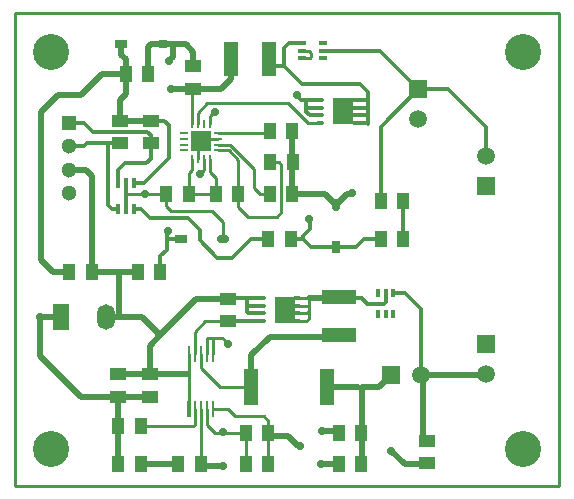
<source format=gtl>
G04 Layer_Physical_Order=1*
G04 Layer_Color=255*
%FSLAX42Y42*%
%MOMM*%
G71*
G01*
G75*
%ADD10R,1.02X1.40*%
%ADD11R,1.40X1.02*%
G04:AMPARAMS|DCode=12|XSize=1mm|YSize=0.65mm|CornerRadius=0.23mm|HoleSize=0mm|Usage=FLASHONLY|Rotation=180.000|XOffset=0mm|YOffset=0mm|HoleType=Round|Shape=RoundedRectangle|*
%AMROUNDEDRECTD12*
21,1,1.00,0.20,0,0,180.0*
21,1,0.55,0.65,0,0,180.0*
1,1,0.46,-0.27,0.10*
1,1,0.46,0.27,0.10*
1,1,0.46,0.27,-0.10*
1,1,0.46,-0.27,-0.10*
%
%ADD12ROUNDEDRECTD12*%
%ADD13R,1.00X0.65*%
%ADD14R,1.70X1.70*%
%ADD15O,0.80X0.25*%
%ADD16O,0.25X0.80*%
%ADD17O,1.52X2.16*%
%ADD18R,1.40X2.16*%
G04:AMPARAMS|DCode=19|XSize=0.4mm|YSize=0.9mm|CornerRadius=0.1mm|HoleSize=0mm|Usage=FLASHONLY|Rotation=180.000|XOffset=0mm|YOffset=0mm|HoleType=Round|Shape=RoundedRectangle|*
%AMROUNDEDRECTD19*
21,1,0.40,0.70,0,0,180.0*
21,1,0.20,0.90,0,0,180.0*
1,1,0.20,-0.10,0.35*
1,1,0.20,0.10,0.35*
1,1,0.20,0.10,-0.35*
1,1,0.20,-0.10,-0.35*
%
%ADD19ROUNDEDRECTD19*%
%ADD20R,0.40X0.90*%
%ADD21R,1.30X3.00*%
G04:AMPARAMS|DCode=22|XSize=0.4mm|YSize=0.7mm|CornerRadius=0.1mm|HoleSize=0mm|Usage=FLASHONLY|Rotation=270.000|XOffset=0mm|YOffset=0mm|HoleType=Round|Shape=RoundedRectangle|*
%AMROUNDEDRECTD22*
21,1,0.40,0.50,0,0,270.0*
21,1,0.20,0.70,0,0,270.0*
1,1,0.20,-0.25,-0.10*
1,1,0.20,-0.25,0.10*
1,1,0.20,0.25,0.10*
1,1,0.20,0.25,-0.10*
%
%ADD22ROUNDEDRECTD22*%
%ADD23R,1.80X2.29*%
%ADD24O,0.80X0.34*%
%ADD25R,0.25X1.40*%
G04:AMPARAMS|DCode=26|XSize=0.25mm|YSize=1.4mm|CornerRadius=0mm|HoleSize=0mm|Usage=FLASHONLY|Rotation=0.000|XOffset=0mm|YOffset=0mm|HoleType=Round|Shape=Octagon|*
%AMOCTAGOND26*
4,1,8,-0.06,0.70,0.06,0.70,0.13,0.64,0.13,-0.64,0.06,-0.70,-0.06,-0.70,-0.13,-0.64,-0.13,0.64,-0.06,0.70,0.0*
%
%ADD26OCTAGOND26*%

%ADD27R,1.24X3.17*%
G04:AMPARAMS|DCode=28|XSize=1mm|YSize=0.65mm|CornerRadius=0.23mm|HoleSize=0mm|Usage=FLASHONLY|Rotation=270.000|XOffset=0mm|YOffset=0mm|HoleType=Round|Shape=RoundedRectangle|*
%AMROUNDEDRECTD28*
21,1,1.00,0.20,0,0,270.0*
21,1,0.55,0.65,0,0,270.0*
1,1,0.46,-0.10,-0.27*
1,1,0.46,-0.10,0.27*
1,1,0.46,0.10,0.27*
1,1,0.46,0.10,-0.27*
%
%ADD28ROUNDEDRECTD28*%
%ADD29R,0.65X1.00*%
%ADD30R,3.00X1.30*%
G04:AMPARAMS|DCode=31|XSize=0.4mm|YSize=0.7mm|CornerRadius=0.1mm|HoleSize=0mm|Usage=FLASHONLY|Rotation=180.000|XOffset=0mm|YOffset=0mm|HoleType=Round|Shape=RoundedRectangle|*
%AMROUNDEDRECTD31*
21,1,0.40,0.50,0,0,180.0*
21,1,0.20,0.70,0,0,180.0*
1,1,0.20,-0.10,0.25*
1,1,0.20,0.10,0.25*
1,1,0.20,0.10,-0.25*
1,1,0.20,-0.10,-0.25*
%
%ADD31ROUNDEDRECTD31*%
%ADD32C,0.25*%
%ADD33C,0.51*%
%ADD34C,0.30*%
%ADD35C,0.38*%
%ADD36C,1.30*%
%ADD37R,1.20X1.20*%
%ADD38C,1.50*%
%ADD39R,1.50X1.50*%
%ADD40R,1.52X1.52*%
%ADD41C,1.52*%
%ADD42R,1.52X1.52*%
%ADD43C,3.05*%
%ADD44C,0.71*%
D10*
X3460Y5310D02*
D03*
X3651D02*
D03*
X3937Y6985D02*
D03*
X4128D02*
D03*
X4230Y5310D02*
D03*
X4040D02*
D03*
X4470Y5969D02*
D03*
X4280D02*
D03*
X4890D02*
D03*
X4699D02*
D03*
X6287Y5906D02*
D03*
X6096D02*
D03*
Y5588D02*
D03*
X6287D02*
D03*
X5334D02*
D03*
X5144D02*
D03*
X3874Y4001D02*
D03*
X4064D02*
D03*
Y3683D02*
D03*
X3874D02*
D03*
X4381D02*
D03*
X4572D02*
D03*
X5144Y3947D02*
D03*
X4953D02*
D03*
Y3683D02*
D03*
X5144D02*
D03*
X5740Y3947D02*
D03*
X5931D02*
D03*
X5740Y3683D02*
D03*
X5931D02*
D03*
X5347Y6502D02*
D03*
X5156D02*
D03*
X5159Y6238D02*
D03*
X5349D02*
D03*
X5156Y5969D02*
D03*
X5347D02*
D03*
D11*
X4150Y6591D02*
D03*
Y6401D02*
D03*
X3886Y6591D02*
D03*
Y6401D02*
D03*
X3874Y4445D02*
D03*
Y4254D02*
D03*
X4801Y5080D02*
D03*
Y4890D02*
D03*
X4138Y4445D02*
D03*
Y4254D02*
D03*
X4508Y6858D02*
D03*
Y7049D02*
D03*
X6487Y3879D02*
D03*
Y3688D02*
D03*
D12*
X4254Y7239D02*
D03*
X4762Y5588D02*
D03*
D13*
X3899Y7239D02*
D03*
X4407Y5588D02*
D03*
D14*
X4572Y6414D02*
D03*
D15*
X4427Y6338D02*
D03*
Y6388D02*
D03*
Y6439D02*
D03*
Y6489D02*
D03*
X4717D02*
D03*
Y6439D02*
D03*
Y6388D02*
D03*
Y6338D02*
D03*
D16*
X4497Y6558D02*
D03*
X4547D02*
D03*
X4597D02*
D03*
X4647D02*
D03*
Y6269D02*
D03*
X4597D02*
D03*
X4547D02*
D03*
X4497D02*
D03*
D17*
X3765Y4930D02*
D03*
D18*
X3384D02*
D03*
D19*
X3874Y5842D02*
D03*
X3874Y6062D02*
D03*
X3938D02*
D03*
Y5842D02*
D03*
X4003D02*
D03*
D20*
X4003Y6062D02*
D03*
D21*
X5148Y7112D02*
D03*
X4826D02*
D03*
D22*
X5608Y7247D02*
D03*
Y7182D02*
D03*
Y7117D02*
D03*
X5428D02*
D03*
Y7182D02*
D03*
Y7247D02*
D03*
D23*
X5778Y6668D02*
D03*
X5282Y4991D02*
D03*
D24*
X5883Y6765D02*
D03*
X5884Y6700D02*
D03*
X5883Y6635D02*
D03*
Y6570D02*
D03*
X5583Y6570D02*
D03*
Y6635D02*
D03*
Y6700D02*
D03*
Y6765D02*
D03*
X5387Y5089D02*
D03*
X5387Y5024D02*
D03*
X5387Y4959D02*
D03*
Y4894D02*
D03*
X5087Y4894D02*
D03*
Y4959D02*
D03*
Y5024D02*
D03*
Y5089D02*
D03*
D25*
X4622Y4151D02*
D03*
X4572D02*
D03*
X4672D02*
D03*
X4522D02*
D03*
X4472Y4612D02*
D03*
X4522D02*
D03*
X4672D02*
D03*
X4572D02*
D03*
X4622D02*
D03*
D26*
X4472Y4151D02*
D03*
D27*
X4999Y4331D02*
D03*
X5639D02*
D03*
D28*
X5718Y5878D02*
D03*
D29*
Y5522D02*
D03*
D30*
X5740Y5095D02*
D03*
Y4773D02*
D03*
D31*
X6201Y4951D02*
D03*
X6136D02*
D03*
X6071D02*
D03*
Y5131D02*
D03*
X6136D02*
D03*
X6201D02*
D03*
D32*
X4597Y6439D02*
X4717D01*
X4547Y6269D02*
Y6388D01*
X4689Y3947D02*
X4953D01*
X4755Y4750D02*
X4798Y4707D01*
X4674Y4750D02*
X4755D01*
X5309Y6739D02*
X5477Y6570D01*
X4628Y6739D02*
X5309D01*
X4547Y6658D02*
X4628Y6739D01*
X4547Y6558D02*
Y6658D01*
X4676Y6657D02*
X4679D01*
X4647Y6628D02*
X4676Y6657D01*
X4647Y6558D02*
Y6628D01*
X4762Y5588D02*
Y5730D01*
X4666Y5827D02*
X4762Y5730D01*
X4318Y5827D02*
X4666D01*
X4280Y5865D02*
X4318Y5827D01*
X4280Y5865D02*
Y5969D01*
X4497Y6846D02*
X4508Y6858D01*
X4497Y6558D02*
Y6846D01*
X5428Y7117D02*
X5496D01*
X5504Y7125D01*
Y7165D01*
X5488Y7182D02*
X5504Y7165D01*
X5428Y7182D02*
X5488D01*
X5477Y6570D02*
X5583D01*
X4890Y5860D02*
Y5969D01*
Y5860D02*
X4971Y5778D01*
X5215D01*
X5253Y5817D01*
Y6218D01*
X5232Y6238D02*
X5253Y6218D01*
X5159Y6238D02*
X5232D01*
X4572Y6144D02*
X4597Y6169D01*
Y6269D01*
X5142Y6489D02*
X5156Y6502D01*
X4717Y6489D02*
X5142D01*
X4572Y6414D02*
X4597Y6439D01*
X5070Y5969D02*
X5156D01*
X5022Y6017D02*
X5070Y5969D01*
X5022Y6017D02*
Y6185D01*
X4930Y6276D02*
X5022Y6185D01*
X4930Y6276D02*
Y6278D01*
X4820Y6388D02*
X4930Y6278D01*
X4717Y6388D02*
X4820D01*
X4497Y6176D02*
Y6269D01*
X4470Y6149D02*
X4497Y6176D01*
X4470Y5969D02*
Y6149D01*
Y5969D02*
X4699D01*
X4547Y6388D02*
X4572Y6414D01*
X4890Y5969D02*
Y6261D01*
X4812Y6338D02*
X4890Y6261D01*
X4717Y6338D02*
X4812D01*
X4699Y5969D02*
Y6104D01*
X4647Y6156D02*
X4699Y6104D01*
X4647Y6156D02*
Y6269D01*
X5486Y4915D02*
Y4978D01*
X5465Y4894D02*
X5486Y4915D01*
X5387Y4894D02*
X5465D01*
X5387Y5024D02*
X5481D01*
X5486D01*
Y4978D02*
Y5024D01*
X5467Y4959D02*
X5486Y4978D01*
X5387Y4959D02*
X5467D01*
X5387Y5089D02*
X5486D01*
Y5029D02*
Y5089D01*
X5481Y5024D02*
X5486Y5029D01*
X4472Y4151D02*
Y4612D01*
X4672D02*
X4674Y4613D01*
Y4750D01*
X4623D02*
X4674D01*
X4623Y4612D02*
Y4750D01*
X4622Y4612D02*
X4623Y4612D01*
X4737Y4331D02*
X4999D01*
X4572Y4496D02*
X4737Y4331D01*
X4572Y4496D02*
Y4612D01*
X4522D02*
Y4801D01*
X4610Y4890D01*
X4801D01*
X5144Y3947D02*
Y4051D01*
Y3683D02*
Y3947D01*
X5105Y4089D02*
X5144Y4051D01*
X4864Y4089D02*
X5105D01*
X4802Y4151D02*
X4864Y4089D01*
X4672Y4151D02*
X4802D01*
X4953Y3683D02*
Y3947D01*
X4622Y4014D02*
X4689Y3947D01*
X4622Y4014D02*
Y4151D01*
X4572Y3683D02*
Y4151D01*
X4064Y4001D02*
X4508D01*
X4522Y4014D01*
Y4151D01*
X4097Y5969D02*
X4280D01*
X3938D02*
X4097D01*
X3000Y3500D02*
Y7500D01*
X7603D01*
Y3500D02*
Y7500D01*
X3000Y3500D02*
X7603D01*
D33*
X5347Y5969D02*
Y6502D01*
X5906Y3683D02*
X5933Y3711D01*
Y4331D01*
X3850Y4449D02*
X4138D01*
X3651Y5310D02*
Y6119D01*
X3596Y6174D02*
X3651Y6119D01*
X3460Y6174D02*
X3596D01*
X3210Y4601D02*
Y4930D01*
Y4601D02*
X3556Y4254D01*
X3210Y4930D02*
X3384D01*
X3320Y5310D02*
X3460D01*
X3220Y5410D02*
X3320Y5310D01*
X3220Y5410D02*
Y6667D01*
X3880Y5310D02*
X4040D01*
X3880Y4930D02*
X4076D01*
X3651Y5310D02*
X3880D01*
X3765Y4930D02*
X3880D01*
Y5310D01*
X4230Y4776D02*
X4534Y5080D01*
X4138Y4684D02*
X4230Y4776D01*
X4076Y4930D02*
X4230Y4776D01*
X3220Y6667D02*
X3363Y6810D01*
X3735Y6985D02*
X3937D01*
X3560Y6810D02*
X3735Y6985D01*
X3363Y6810D02*
X3560D01*
X6452Y3874D02*
Y4420D01*
X4138Y4445D02*
Y4449D01*
Y4684D01*
X4254Y7239D02*
X4333D01*
X4445D01*
X4305Y7104D02*
X4333Y7132D01*
Y7239D01*
X5850Y5972D02*
X5855Y5977D01*
X5812Y5972D02*
X5850D01*
X5718Y5878D02*
X5812Y5972D01*
X5347Y5969D02*
X5626D01*
X5718Y5878D01*
X6078Y4331D02*
X6182Y4435D01*
X4326Y6858D02*
X4508D01*
X4826Y6942D02*
Y7112D01*
X4742Y6858D02*
X4826Y6942D01*
X4508Y6858D02*
X4742D01*
X3937Y6820D02*
Y6985D01*
X3886Y6769D02*
X3937Y6820D01*
X3886Y6591D02*
Y6769D01*
Y6591D02*
X4150D01*
X4445Y7239D02*
X4508Y7175D01*
Y7049D02*
Y7175D01*
X4153Y7239D02*
X4254D01*
X4128Y7214D02*
X4153Y7239D01*
X4128Y6985D02*
Y7214D01*
X3937Y6985D02*
Y7112D01*
X3899Y7150D02*
X3937Y7112D01*
X3899Y7150D02*
Y7239D01*
X5486Y5089D02*
X5734D01*
X4999Y4331D02*
Y4605D01*
X5156Y4762D01*
X5730D01*
X5740Y4773D01*
X4138Y4445D02*
X4458D01*
X4534Y5080D02*
X4801D01*
X5309Y3924D02*
X5397Y3835D01*
X5166Y3924D02*
X5309D01*
X5144Y3947D02*
X5166Y3924D01*
X6185Y3797D02*
X6299Y3683D01*
X6414D01*
X4585Y3670D02*
X4750D01*
X4572Y3683D02*
X4585Y3670D01*
X5639Y4331D02*
X5906D01*
X4064Y3683D02*
X4381D01*
X3874D02*
Y4001D01*
Y4254D01*
X4138D01*
X3556D02*
X3874D01*
X6436Y4435D02*
X6452Y4420D01*
X5933Y4331D02*
X6078D01*
X5598Y3962D02*
X5725D01*
X5740Y3947D01*
X5591Y3683D02*
X5715D01*
X6436Y4435D02*
X6975D01*
X6985Y4445D01*
D34*
X3611Y6401D02*
X3780D01*
X3886D01*
X3780D02*
X3785Y6396D01*
Y5878D02*
Y6396D01*
X3460Y6374D02*
X3584D01*
X3611Y6401D01*
X3460Y6574D02*
X3586D01*
X3663Y6497D01*
X4120D01*
X4288Y5588D02*
Y5662D01*
Y5498D02*
Y5588D01*
X4230Y5440D02*
X4288Y5498D01*
X4230Y5310D02*
Y5440D01*
X5499Y5674D02*
Y5763D01*
X5734Y5089D02*
X5935D01*
X5278Y7056D02*
Y7209D01*
X5316Y7247D01*
X5441Y5616D02*
X5499Y5674D01*
X5441Y5588D02*
Y5616D01*
X6096Y5906D02*
Y6540D01*
X6414Y6858D01*
X6287Y5588D02*
Y5906D01*
X5954Y5588D02*
X6096D01*
X5888Y5522D02*
X5954Y5588D01*
X5718Y5522D02*
X5888D01*
X5507D02*
X5718D01*
X5441Y5588D02*
X5507Y5522D01*
X5334Y5588D02*
X5441D01*
X5385Y6802D02*
X5422Y6765D01*
X5465D01*
X4145Y5763D02*
X4460D01*
X4562Y5662D01*
Y5578D02*
Y5662D01*
Y5578D02*
X4712Y5428D01*
X4836D01*
X4996Y5588D01*
X6090Y7182D02*
X6414Y6858D01*
X5608Y7182D02*
X6090D01*
X5985Y6565D02*
Y6635D01*
X5980Y6570D02*
X5985Y6565D01*
X5987Y6759D02*
Y6835D01*
Y6698D02*
Y6759D01*
X5981Y6765D02*
X5987Y6759D01*
X5883Y6765D02*
X5981D01*
X5987Y6637D02*
Y6698D01*
X5985Y6700D02*
X5987Y6698D01*
X5884Y6700D02*
X5985D01*
X5883Y6635D02*
X5985D01*
X5883Y6570D02*
X5980D01*
X5918Y6904D02*
X5987Y6835D01*
X5316Y7247D02*
X5428D01*
X5493Y6635D02*
X5583D01*
X5464Y6664D02*
X5493Y6635D01*
X5464Y6664D02*
Y6700D01*
X5465Y6765D02*
X5583D01*
X5465Y6705D02*
Y6765D01*
Y6705D02*
X5469Y6700D01*
X5583D01*
X4996Y5588D02*
X5144D01*
X4067Y5842D02*
X4145Y5763D01*
X4003Y5842D02*
X4067D01*
X4288Y5588D02*
X4407D01*
X3938Y5969D02*
Y6062D01*
Y5842D02*
Y5969D01*
X4003Y6062D02*
X4088D01*
X4300Y6274D01*
Y6553D01*
X4262Y6591D02*
X4300Y6553D01*
X4150Y6591D02*
X4262D01*
X4150Y6269D02*
Y6401D01*
X4112Y6231D02*
X4150Y6269D01*
X3929Y6231D02*
X4112D01*
X3874Y6175D02*
X3929Y6231D01*
X3874Y6062D02*
Y6175D01*
X3785Y5878D02*
X3820Y5842D01*
X3874D01*
X4150Y6401D02*
Y6467D01*
X4120Y6497D02*
X4150Y6467D01*
X6436Y4435D02*
Y4994D01*
X6299Y5131D02*
X6436Y4994D01*
X6201Y5131D02*
X6299D01*
X5935Y5089D02*
X5982Y5042D01*
X6121D01*
X6136Y5056D01*
Y5131D01*
X4801Y4890D02*
X4805Y4894D01*
X5087D01*
X4966Y4966D02*
Y5029D01*
Y4966D02*
X4973Y4959D01*
X5087D01*
X4966Y5089D02*
X5087D01*
X4809D02*
X4966D01*
Y5029D02*
Y5089D01*
Y5029D02*
X4971Y5024D01*
X5087D01*
X4801Y5080D02*
X4809Y5089D01*
X6414Y6858D02*
X6668D01*
X6985Y6540D01*
Y6287D02*
Y6540D01*
D35*
X5148Y7112D02*
X5203Y7056D01*
X5278D01*
X5431Y6904D01*
X5918D01*
D36*
X3460Y6374D02*
D03*
Y6174D02*
D03*
Y5974D02*
D03*
D37*
Y6574D02*
D03*
D38*
X6985Y6287D02*
D03*
Y4445D02*
D03*
D39*
Y6033D02*
D03*
Y4699D02*
D03*
D40*
X6414Y6858D02*
D03*
D41*
Y6604D02*
D03*
X6436Y4435D02*
D03*
D42*
X6182D02*
D03*
D43*
X3302Y7175D02*
D03*
Y3810D02*
D03*
X7303D02*
D03*
Y7175D02*
D03*
D44*
X3210Y4930D02*
D03*
X4305Y7099D02*
D03*
X5855Y5977D02*
D03*
X4803Y4702D02*
D03*
X5489Y5761D02*
D03*
X4691Y6660D02*
D03*
X5385Y6805D02*
D03*
X4321Y6861D02*
D03*
X4562Y6137D02*
D03*
X4290Y5659D02*
D03*
X4762Y3950D02*
D03*
X6185Y3797D02*
D03*
X5410Y3835D02*
D03*
X4762Y3670D02*
D03*
X5598Y3962D02*
D03*
X5591Y3683D02*
D03*
X4097Y5969D02*
D03*
X4526Y6454D02*
D03*
X4618Y6368D02*
D03*
Y6454D02*
D03*
X4526Y6368D02*
D03*
M02*

</source>
